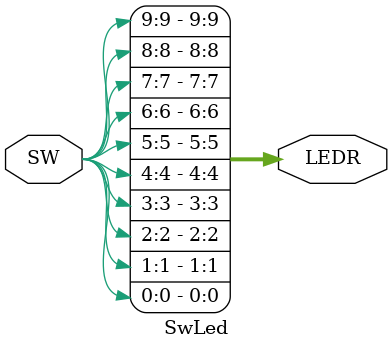
<source format=v>
module SwLed(SW, LEDR);
input [0:9] SW;
output [9:0] LEDR;

buf U0 (LEDR[0], SW[0]); // first parameter is output signal
buf U1 (LEDR[1], SW[1]); 
buf U2 (LEDR[2], SW[2]); 
buf U3 (LEDR[3], SW[3]); 
buf U4 (LEDR[4], SW[4]); 
buf U5 (LEDR[5], SW[5]); 
buf U6 (LEDR[6], SW[6]); 
buf U7 (LEDR[7], SW[7]); 
buf U8 (LEDR[8], SW[8]); 
buf U9 (LEDR[9], SW[9]); 

endmodule
</source>
